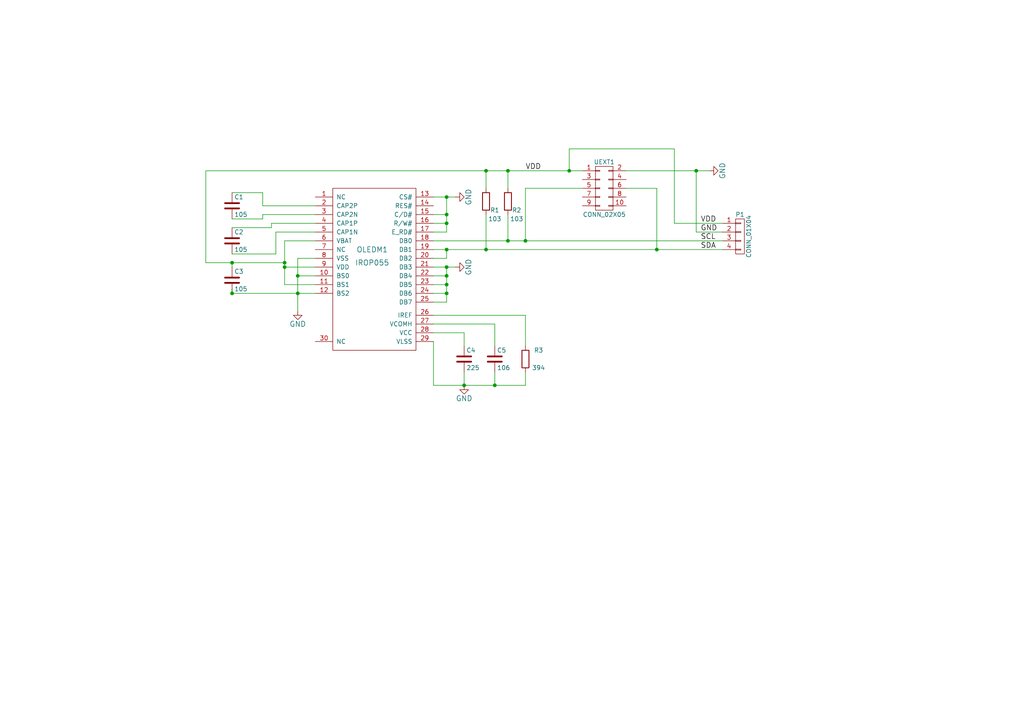
<source format=kicad_sch>
(kicad_sch (version 20230121) (generator eeschema)
  (paper "A4")
  (lib_symbols
    (symbol "mod-oled-128x64-rescue:C" (pin_numbers hide) (pin_names (offset 0.254))
      (property "Reference" "C" (at 0.635 2.54 0))
      (property "Value" "C" (at 0.635 -2.54 0))
      (symbol "C_0_1"
        (polyline (pts (xy -2.032 -0.762) (xy 2.032 -0.762)) (stroke (width 0.508)))
        (polyline (pts (xy -2.032 0.762) (xy 2.032 0.762)) (stroke (width 0.508)))
      )
      (symbol "C_1_1"
        (pin passive line (at 0 3.81 270) (length 2.794) (name "~") (number "1"))
        (pin passive line (at 0 -3.81 90) (length 2.794) (name "~") (number "2"))
      )
    )
    (symbol "mod-oled-128x64-rescue:GND" (power) (pin_names (offset 0))
      (property "Value" "GND" (at 0 -3.81 0))
      (symbol "GND_0_1"
        (polyline (pts (xy 0 0) (xy 0 -1.27) (xy 1.27 -1.27) (xy 0 -2.54) (xy -1.27 -1.27) (xy 0 -1.27)))
      )
      (symbol "GND_1_1"
        (pin power_in line (at 0 0 270) (length 0) hide (name "GND") (number "1"))
      )
    )
    (symbol "mod-oled-128x64-rescue:R" (pin_numbers hide) (pin_names (offset 0))
      (property "Reference" "R" (at 2.032 0 90))
      (property "Value" "R" (at 0 0 90))
      (symbol "R_0_1"
        (rectangle (start -1.016 -2.54) (end 1.016 2.54) (stroke (width 0.254)))
      )
      (symbol "R_1_1"
        (pin passive line (at 0 3.81 270) (length 1.27) (name "~") (number "1"))
        (pin passive line (at 0 -3.81 90) (length 1.27) (name "~") (number "2"))
      )
    )
    (symbol "oled:CONN_01X04" (pin_names (offset 1.016) hide)
      (property "Reference" "P" (at 0 6.35 0))
      (property "Value" "CONN_01X04" (at 2.54 0 90))
      (symbol "CONN_01X04_0_1"
        (rectangle (start -1.27 -3.683) (end 0.254 -3.937))
        (rectangle (start -1.27 -1.143) (end 0.254 -1.397))
        (rectangle (start -1.27 1.397) (end 0.254 1.143))
        (rectangle (start -1.27 3.937) (end 0.254 3.683))
        (rectangle (start -1.27 5.08) (end 1.27 -5.08))
      )
      (symbol "CONN_01X04_1_1"
        (pin passive line (at -5.08 3.81 0) (length 3.81) (name "P1") (number "1"))
        (pin passive line (at -5.08 1.27 0) (length 3.81) (name "P2") (number "2"))
        (pin passive line (at -5.08 -1.27 0) (length 3.81) (name "P3") (number "3"))
        (pin passive line (at -5.08 -3.81 0) (length 3.81) (name "P4") (number "4"))
      )
    )
    (symbol "oled:CONN_02X05" (pin_names (offset 0.0254) hide)
      (property "Reference" "P" (at 0 7.62 0))
      (property "Value" "CONN_02X05" (at 0 -7.62 0))
      (symbol "CONN_02X05_0_1"
        (rectangle (start -2.54 -4.953) (end -1.27 -5.207))
        (rectangle (start -2.54 -2.413) (end -1.27 -2.667))
        (rectangle (start -2.54 0.127) (end -1.27 -0.127))
        (rectangle (start -2.54 2.667) (end -1.27 2.413))
        (rectangle (start -2.54 5.207) (end -1.27 4.953))
        (rectangle (start -2.54 6.35) (end 2.54 -6.35))
        (rectangle (start 1.27 -4.953) (end 2.54 -5.207))
        (rectangle (start 1.27 -2.413) (end 2.54 -2.667))
        (rectangle (start 1.27 0.127) (end 2.54 -0.127))
        (rectangle (start 1.27 2.667) (end 2.54 2.413))
        (rectangle (start 1.27 5.207) (end 2.54 4.953))
      )
      (symbol "CONN_02X05_1_1"
        (pin passive line (at -6.35 5.08 0) (length 3.81) (name "P1") (number "1"))
        (pin passive line (at 6.35 -5.08 180) (length 3.81) (name "P10") (number "10"))
        (pin passive line (at 6.35 5.08 180) (length 3.81) (name "P2") (number "2"))
        (pin passive line (at -6.35 2.54 0) (length 3.81) (name "P3") (number "3"))
        (pin passive line (at 6.35 2.54 180) (length 3.81) (name "P4") (number "4"))
        (pin passive line (at -6.35 0 0) (length 3.81) (name "P5") (number "5"))
        (pin passive line (at 6.35 0 180) (length 3.81) (name "P6") (number "6"))
        (pin passive line (at -6.35 -2.54 0) (length 3.81) (name "P7") (number "7"))
        (pin passive line (at 6.35 -2.54 180) (length 3.81) (name "P8") (number "8"))
        (pin passive line (at -6.35 -5.08 0) (length 3.81) (name "P9") (number "9"))
      )
    )
    (symbol "oled:SSD1306" (pin_names (offset 1.016))
      (property "Reference" "OLEDM" (at -2.54 3.81 0))
      (property "Value" "SSD1306" (at -2.54 0 0))
      (symbol "SSD1306_0_1"
        (rectangle (start -13.97 21.59) (end 10.16 -25.4))
        (rectangle (start 10.16 -25.4) (end 10.16 -25.4))
      )
      (symbol "SSD1306_1_1"
        (pin passive line (at -19.05 19.05 0) (length 5.08) (name "NC") (number "1"))
        (pin input line (at -19.05 -3.81 0) (length 5.08) (name "BS0") (number "10"))
        (pin input line (at -19.05 -6.35 0) (length 5.08) (name "BS1") (number "11"))
        (pin input line (at -19.05 -8.89 0) (length 5.08) (name "BS2") (number "12"))
        (pin input line (at 15.24 19.05 180) (length 5.08) (name "CS#") (number "13"))
        (pin output line (at 15.24 16.51 180) (length 5.08) (name "RES#") (number "14"))
        (pin input line (at 15.24 13.97 180) (length 5.08) (name "C/D#") (number "15"))
        (pin input line (at 15.24 11.43 180) (length 5.08) (name "R/W#") (number "16"))
        (pin input line (at 15.24 8.89 180) (length 5.08) (name "E_RD#") (number "17"))
        (pin input line (at 15.24 6.35 180) (length 5.08) (name "DB0") (number "18"))
        (pin input line (at 15.24 3.81 180) (length 5.08) (name "DB1") (number "19"))
        (pin bidirectional line (at -19.05 16.51 0) (length 5.08) (name "CAP2P") (number "2"))
        (pin input line (at 15.24 1.27 180) (length 5.08) (name "DB2") (number "20"))
        (pin input line (at 15.24 -1.27 180) (length 5.08) (name "DB3") (number "21"))
        (pin input line (at 15.24 -3.81 180) (length 5.08) (name "DB4") (number "22"))
        (pin input line (at 15.24 -6.35 180) (length 5.08) (name "DB5") (number "23"))
        (pin input line (at 15.24 -8.89 180) (length 5.08) (name "DB6") (number "24"))
        (pin input line (at 15.24 -11.43 180) (length 5.08) (name "DB7") (number "25"))
        (pin bidirectional line (at 15.24 -15.24 180) (length 5.08) (name "IREF") (number "26"))
        (pin bidirectional line (at 15.24 -17.78 180) (length 5.08) (name "VCOMH") (number "27"))
        (pin power_in line (at 15.24 -20.32 180) (length 5.08) (name "VCC") (number "28"))
        (pin power_in line (at 15.24 -22.86 180) (length 5.08) (name "VLSS") (number "29"))
        (pin bidirectional line (at -19.05 13.97 0) (length 5.08) (name "CAP2N") (number "3"))
        (pin passive line (at -19.05 -22.86 0) (length 5.08) (name "NC") (number "30"))
        (pin bidirectional line (at -19.05 11.43 0) (length 5.08) (name "CAP1P") (number "4"))
        (pin bidirectional line (at -19.05 8.89 0) (length 5.08) (name "CAP1N") (number "5"))
        (pin power_in line (at -19.05 6.35 0) (length 5.08) (name "VBAT") (number "6"))
        (pin passive line (at -19.05 3.81 0) (length 5.08) (name "NC") (number "7"))
        (pin power_in line (at -19.05 1.27 0) (length 5.08) (name "VSS") (number "8"))
        (pin power_in line (at -19.05 -1.27 0) (length 5.08) (name "VDD") (number "9"))
      )
    )
  )
  (junction (at 190.5 72.39))
  (junction (at 143.51 111.76))
  (junction (at 67.31 85.09))
  (junction (at 82.55 76.2))
  (junction (at 67.31 76.2))
  (junction (at 129.54 57.15))
  (junction (at 134.62 111.76))
  (junction (at 129.54 72.39))
  (junction (at 129.54 62.23))
  (junction (at 152.4 69.85))
  (junction (at 86.36 80.01))
  (junction (at 129.54 85.09))
  (junction (at 82.55 77.47))
  (junction (at 140.97 72.39))
  (junction (at 129.54 82.55))
  (junction (at 86.36 85.09))
  (junction (at 147.32 49.53))
  (junction (at 129.54 80.01))
  (junction (at 129.54 77.47))
  (junction (at 129.54 64.77))
  (junction (at 140.97 49.53))
  (junction (at 201.93 49.53))
  (junction (at 165.1 49.53))
  (junction (at 147.32 69.85))
  (wire (pts (xy 165.1 43.18) (xy 195.58 43.18)))
  (wire (pts (xy 125.73 62.23) (xy 129.54 62.23)))
  (wire (pts (xy 143.51 111.76) (xy 134.62 111.76)))
  (wire (pts (xy 59.69 49.53) (xy 59.69 76.2)))
  (wire (pts (xy 82.55 77.47) (xy 82.55 82.55)))
  (wire (pts (xy 125.73 111.76) (xy 125.73 99.06)))
  (wire (pts (xy 190.5 54.61) (xy 190.5 72.39)))
  (wire (pts (xy 152.4 91.44) (xy 152.4 100.33)))
  (wire (pts (xy 80.01 73.66) (xy 67.31 73.66)))
  (wire (pts (xy 134.62 96.52) (xy 134.62 100.33)))
  (wire (pts (xy 129.54 80.01) (xy 129.54 82.55)))
  (wire (pts (xy 143.51 93.98) (xy 143.51 100.33)))
  (wire (pts (xy 91.44 67.31) (xy 80.01 67.31)))
  (wire (pts (xy 125.73 80.01) (xy 129.54 80.01)))
  (wire (pts (xy 67.31 83.82) (xy 67.31 85.09)))
  (wire (pts (xy 129.54 64.77) (xy 129.54 67.31)))
  (wire (pts (xy 129.54 57.15) (xy 129.54 62.23)))
  (wire (pts (xy 67.31 55.88) (xy 76.2 55.88)))
  (wire (pts (xy 190.5 72.39) (xy 209.55 72.39)))
  (wire (pts (xy 125.73 93.98) (xy 143.51 93.98)))
  (wire (pts (xy 129.54 57.15) (xy 132.08 57.15)))
  (wire (pts (xy 129.54 77.47) (xy 132.08 77.47)))
  (wire (pts (xy 165.1 49.53) (xy 165.1 43.18)))
  (wire (pts (xy 76.2 62.23) (xy 76.2 63.5)))
  (wire (pts (xy 67.31 76.2) (xy 82.55 76.2)))
  (wire (pts (xy 201.93 49.53) (xy 205.74 49.53)))
  (wire (pts (xy 59.69 76.2) (xy 67.31 76.2)))
  (wire (pts (xy 67.31 66.04) (xy 78.74 66.04)))
  (wire (pts (xy 80.01 67.31) (xy 80.01 73.66)))
  (wire (pts (xy 152.4 54.61) (xy 168.91 54.61)))
  (wire (pts (xy 140.97 49.53) (xy 140.97 54.61)))
  (wire (pts (xy 91.44 62.23) (xy 76.2 62.23)))
  (wire (pts (xy 129.54 72.39) (xy 140.97 72.39)))
  (wire (pts (xy 129.54 85.09) (xy 129.54 87.63)))
  (wire (pts (xy 147.32 49.53) (xy 147.32 54.61)))
  (wire (pts (xy 147.32 49.53) (xy 140.97 49.53)))
  (wire (pts (xy 86.36 85.09) (xy 86.36 90.17)))
  (wire (pts (xy 91.44 74.93) (xy 86.36 74.93)))
  (wire (pts (xy 125.73 91.44) (xy 152.4 91.44)))
  (wire (pts (xy 152.4 107.95) (xy 152.4 111.76)))
  (wire (pts (xy 129.54 87.63) (xy 125.73 87.63)))
  (wire (pts (xy 152.4 111.76) (xy 143.51 111.76)))
  (wire (pts (xy 140.97 49.53) (xy 59.69 49.53)))
  (wire (pts (xy 125.73 96.52) (xy 134.62 96.52)))
  (wire (pts (xy 152.4 69.85) (xy 152.4 54.61)))
  (wire (pts (xy 86.36 80.01) (xy 91.44 80.01)))
  (wire (pts (xy 82.55 69.85) (xy 82.55 76.2)))
  (wire (pts (xy 140.97 72.39) (xy 190.5 72.39)))
  (wire (pts (xy 129.54 62.23) (xy 129.54 64.77)))
  (wire (pts (xy 129.54 67.31) (xy 125.73 67.31)))
  (wire (pts (xy 125.73 69.85) (xy 147.32 69.85)))
  (wire (pts (xy 86.36 80.01) (xy 86.36 85.09)))
  (wire (pts (xy 125.73 64.77) (xy 129.54 64.77)))
  (wire (pts (xy 67.31 76.2) (xy 67.31 77.47)))
  (wire (pts (xy 129.54 74.93) (xy 125.73 74.93)))
  (wire (pts (xy 86.36 85.09) (xy 91.44 85.09)))
  (wire (pts (xy 91.44 69.85) (xy 82.55 69.85)))
  (wire (pts (xy 82.55 76.2) (xy 82.55 77.47)))
  (wire (pts (xy 147.32 62.23) (xy 147.32 69.85)))
  (wire (pts (xy 201.93 49.53) (xy 201.93 67.31)))
  (wire (pts (xy 125.73 82.55) (xy 129.54 82.55)))
  (wire (pts (xy 129.54 77.47) (xy 129.54 80.01)))
  (wire (pts (xy 181.61 54.61) (xy 190.5 54.61)))
  (wire (pts (xy 201.93 67.31) (xy 209.55 67.31)))
  (wire (pts (xy 134.62 111.76) (xy 125.73 111.76)))
  (wire (pts (xy 195.58 64.77) (xy 209.55 64.77)))
  (wire (pts (xy 181.61 49.53) (xy 201.93 49.53)))
  (wire (pts (xy 143.51 107.95) (xy 143.51 111.76)))
  (wire (pts (xy 168.91 49.53) (xy 165.1 49.53)))
  (wire (pts (xy 78.74 64.77) (xy 91.44 64.77)))
  (wire (pts (xy 67.31 85.09) (xy 86.36 85.09)))
  (wire (pts (xy 78.74 66.04) (xy 78.74 64.77)))
  (wire (pts (xy 125.73 85.09) (xy 129.54 85.09)))
  (wire (pts (xy 76.2 63.5) (xy 67.31 63.5)))
  (wire (pts (xy 82.55 77.47) (xy 91.44 77.47)))
  (wire (pts (xy 165.1 49.53) (xy 147.32 49.53)))
  (wire (pts (xy 125.73 72.39) (xy 129.54 72.39)))
  (wire (pts (xy 140.97 62.23) (xy 140.97 72.39)))
  (wire (pts (xy 129.54 72.39) (xy 129.54 74.93)))
  (wire (pts (xy 152.4 69.85) (xy 209.55 69.85)))
  (wire (pts (xy 86.36 74.93) (xy 86.36 80.01)))
  (wire (pts (xy 76.2 59.69) (xy 91.44 59.69)))
  (wire (pts (xy 125.73 57.15) (xy 129.54 57.15)))
  (wire (pts (xy 129.54 82.55) (xy 129.54 85.09)))
  (wire (pts (xy 147.32 69.85) (xy 152.4 69.85)))
  (wire (pts (xy 134.62 107.95) (xy 134.62 111.76)))
  (wire (pts (xy 195.58 43.18) (xy 195.58 64.77)))
  (wire (pts (xy 125.73 77.47) (xy 129.54 77.47)))
  (wire (pts (xy 76.2 55.88) (xy 76.2 59.69)))
  (wire (pts (xy 82.55 82.55) (xy 91.44 82.55)))
  (label "VDD" (at 152.4 49.53 0) (effects (font (size 1.524 1.524))))
  (label "SCL" (at 203.2 69.85 0) (effects (font (size 1.524 1.524))))
  (label "SDA" (at 203.2 72.39 0) (effects (font (size 1.524 1.524))))
  (label "VDD" (at 203.2 64.77 0) (effects (font (size 1.524 1.524))))
  (label "GND" (at 203.2 67.31 0) (effects (font (size 1.524 1.524))))
  (symbol (lib_id "oled:SSD1306") (at 110.49 76.2 0) (unit 1)
    (property "Reference" "OLEDM1" (at 107.95 72.39 0) (effects (font (size 1.524 1.524))))
    (property "Value" "IROP055" (at 107.95 76.2 0) (effects (font (size 1.524 1.524))))
    (property "Footprint" "kicad_wrk:IROP055-SSD1306Z-PADS-ONLY" (effects hide))
  )
  (symbol (lib_id "mod-oled-128x64-rescue:C") (at 67.31 59.69 0) (unit 1)
    (property "Reference" "C1" (at 67.945 57.15 0) (effects (justify left)))
    (property "Value" "105" (at 67.945 62.23 0) (effects (justify left)))
    (property "Footprint" "kicad_wrk:C_0603" (effects hide))
  )
  (symbol (lib_id "mod-oled-128x64-rescue:C") (at 67.31 69.85 0) (unit 1)
    (property "Reference" "C2" (at 67.945 67.31 0) (effects (justify left)))
    (property "Value" "105" (at 67.945 72.39 0) (effects (justify left)))
    (property "Footprint" "kicad_wrk:C_0603" (effects hide))
  )
  (symbol (lib_id "mod-oled-128x64-rescue:C") (at 67.31 81.28 0) (unit 1)
    (property "Reference" "C3" (at 67.945 78.74 0) (effects (justify left)))
    (property "Value" "105" (at 67.945 83.82 0) (effects (justify left)))
    (property "Footprint" "kicad_wrk:C_0603" (effects hide))
  )
  (symbol (lib_id "mod-oled-128x64-rescue:GND") (at 86.36 90.17 0) (unit 1)
    (property "Reference" "#PWR01" (effects hide))
    (property "Value" "GND" (at 86.36 93.98 0) (effects (font (size 1.524 1.524))))
  )
  (symbol (lib_id "oled:CONN_02X05") (at 175.26 54.61 0) (unit 1)
    (property "Reference" "UEXT1" (at 175.26 46.99 0))
    (property "Value" "CONN_02X05" (at 175.26 62.23 0))
    (property "Footprint" "kicad_wrk:UEXTM-SMD" (effects hide))
  )
  (symbol (lib_id "mod-oled-128x64-rescue:GND") (at 132.08 77.47 90) (unit 1)
    (property "Reference" "#PWR02" (effects hide))
    (property "Value" "GND" (at 135.89 77.47 0) (effects (font (size 1.524 1.524))))
  )
  (symbol (lib_id "mod-oled-128x64-rescue:GND") (at 132.08 57.15 90) (unit 1)
    (property "Reference" "#PWR03" (effects hide))
    (property "Value" "GND" (at 135.89 57.15 0) (effects (font (size 1.524 1.524))))
  )
  (symbol (lib_id "mod-oled-128x64-rescue:C") (at 134.62 104.14 0) (unit 1)
    (property "Reference" "C4" (at 135.255 101.6 0) (effects (justify left)))
    (property "Value" "225" (at 135.255 106.68 0) (effects (justify left)))
    (property "Footprint" "kicad_wrk:C_0603" (effects hide))
  )
  (symbol (lib_id "mod-oled-128x64-rescue:C") (at 143.51 104.14 0) (unit 1)
    (property "Reference" "C5" (at 144.145 101.6 0) (effects (justify left)))
    (property "Value" "106" (at 144.145 106.68 0) (effects (justify left)))
    (property "Footprint" "kicad_wrk:C_0603" (effects hide))
  )
  (symbol (lib_id "mod-oled-128x64-rescue:R") (at 152.4 104.14 0) (unit 1)
    (property "Reference" "R3" (at 156.21 101.6 0))
    (property "Value" "394" (at 156.21 106.68 0))
    (property "Footprint" "kicad_wrk:R_0603" (effects hide))
  )
  (symbol (lib_id "mod-oled-128x64-rescue:R") (at 140.97 58.42 0) (unit 1)
    (property "Reference" "R1" (at 143.51 60.96 0))
    (property "Value" "103" (at 143.51 63.5 0))
    (property "Footprint" "kicad_wrk:R_0603" (effects hide))
  )
  (symbol (lib_id "mod-oled-128x64-rescue:R") (at 147.32 58.42 0) (unit 1)
    (property "Reference" "R2" (at 149.86 60.96 0))
    (property "Value" "103" (at 149.86 63.5 0))
    (property "Footprint" "kicad_wrk:R_0603" (effects hide))
  )
  (symbol (lib_id "mod-oled-128x64-rescue:GND") (at 134.62 111.76 0) (unit 1)
    (property "Reference" "#PWR04" (effects hide))
    (property "Value" "GND" (at 134.62 115.57 0) (effects (font (size 1.524 1.524))))
  )
  (symbol (lib_id "mod-oled-128x64-rescue:GND") (at 205.74 49.53 90) (unit 1)
    (property "Reference" "#PWR05" (effects hide))
    (property "Value" "GND" (at 209.55 49.53 0) (effects (font (size 1.524 1.524))))
  )
  (symbol (lib_id "oled:CONN_01X04") (at 214.63 68.58 0) (unit 1)
    (property "Reference" "P1" (at 214.63 62.23 0))
    (property "Value" "CONN_01X04" (at 217.17 68.58 90))
    (property "Footprint" "kicad_wrk:SIP4_SMD" (effects hide))
  )
)
</source>
